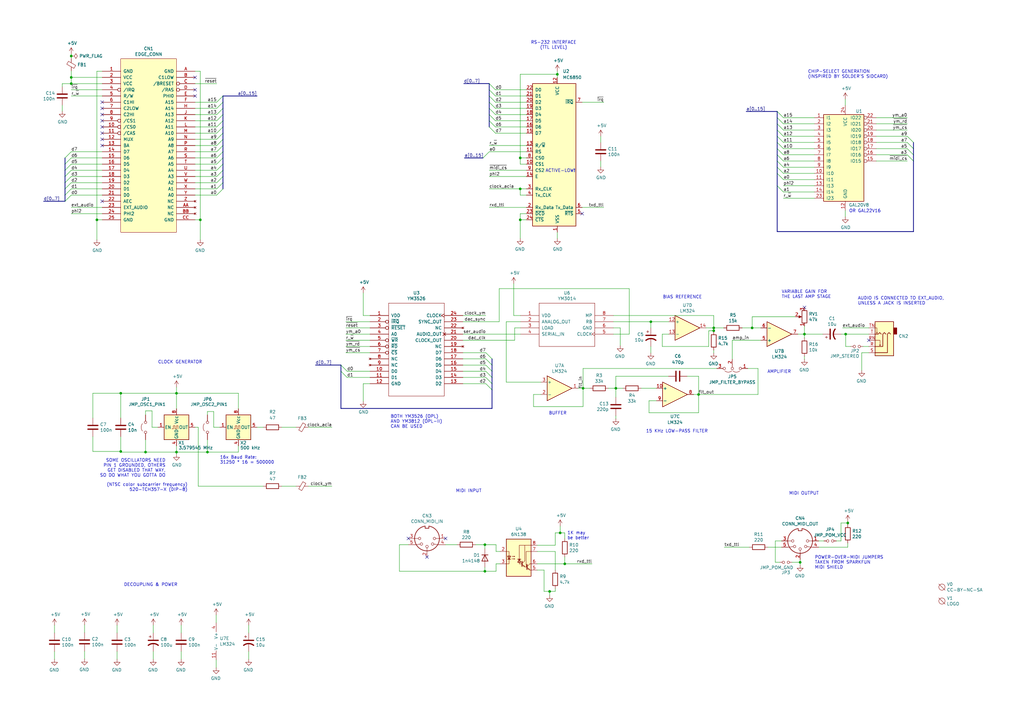
<source format=kicad_sch>
(kicad_sch (version 20231120) (generator "eeschema") (generator_version "8.0")
  (paper "A3")
  (title_block (title "SoundX") (date "2024-07-16") (rev "1git") (company "SukkoPera") (comment 1 "Inspired by the C64 Sound Expander") (comment 3 "Licensed under CC BY-NC-SA 4.0"))
  (junction (at 346.837 137.033))
  (junction (at 292.735 135.636))
  (junction (at 231.648 231.267))
  (junction (at 198.882 223.393))
  (junction (at 329.946 137.033))
  (junction (at 213.36 90.17))
  (junction (at 229.743 218.567))
  (junction (at 286.512 161.798))
  (junction (at 82.169 90.17))
  (junction (at 59.69 185.42))
  (junction (at 252.603 159.258))
  (junction (at 213.36 64.77))
  (junction (at 328.168 230.632))
  (junction (at 85.09 185.42))
  (junction (at 29.21 31.75))
  (junction (at 198.882 234.315))
  (junction (at 29.21 34.29))
  (junction (at 308.483 134.493))
  (junction (at 49.53 185.166))
  (junction (at 29.21 22.987))
  (junction (at 49.53 161.29))
  (junction (at 228.6 30.48))
  (junction (at 39.751 90.17))
  (junction (at 72.39 185.42))
  (junction (at 225.425 242.57))
  (junction (at 266.954 131.953))
  (junction (at 239.141 159.258))
  (junction (at 213.36 77.47))
  (junction (at 292.735 134.493))
  (junction (at 347.726 214.503))
  (junction (at 72.39 161.29))
  (no_connect (at 167.513 220.853))
  (no_connect (at 41.91 44.45))
  (no_connect (at 41.91 49.53))
  (no_connect (at 41.91 54.61))
  (no_connect (at 238.76 87.63))
  (no_connect (at 41.91 46.99))
  (no_connect (at 182.753 220.853))
  (no_connect (at 80.01 36.83))
  (no_connect (at 41.91 41.91))
  (no_connect (at 41.91 59.69))
  (no_connect (at 356.362 139.573))
  (no_connect (at 175.133 228.473))
  (no_connect (at 329.946 126.111))
  (no_connect (at 41.91 82.55))
  (no_connect (at 80.01 31.75))
  (no_connect (at 41.91 57.15))
  (no_connect (at 80.01 39.37))
  (no_connect (at 41.91 52.07))
  (bus_entry (at 88.9 41.91) (size 2.54 -2.54))
  (bus_entry (at 318.77 68.58) (size 2.54 2.54))
  (bus_entry (at 88.9 57.15) (size 2.54 -2.54))
  (bus_entry (at 318.77 48.26) (size 2.54 2.54))
  (bus_entry (at 26.67 74.93) (size 2.54 -2.54))
  (bus_entry (at 88.9 49.53) (size 2.54 -2.54))
  (bus_entry (at 318.77 55.88) (size 2.54 2.54))
  (bus_entry (at 200.66 49.53) (size 2.54 2.54))
  (bus_entry (at 26.67 64.77) (size 2.54 -2.54))
  (bus_entry (at 88.9 62.23) (size 2.54 -2.54))
  (bus_entry (at 200.66 44.45) (size 2.54 2.54))
  (bus_entry (at 201.803 157.353) (size -2.54 -2.54))
  (bus_entry (at 318.77 58.42) (size 2.54 2.54))
  (bus_entry (at 372.11 55.88) (size 2.54 2.54))
  (bus_entry (at 139.827 149.733) (size 2.54 2.54))
  (bus_entry (at 88.9 74.93) (size 2.54 -2.54))
  (bus_entry (at 88.9 67.31) (size 2.54 -2.54))
  (bus_entry (at 318.77 53.34) (size 2.54 2.54))
  (bus_entry (at 201.803 147.193) (size -2.54 -2.54))
  (bus_entry (at 372.11 58.42) (size 2.54 2.54))
  (bus_entry (at 200.66 39.37) (size 2.54 2.54))
  (bus_entry (at 200.66 34.29) (size 2.54 2.54))
  (bus_entry (at 200.66 36.83) (size 2.54 2.54))
  (bus_entry (at 26.67 80.01) (size 2.54 -2.54))
  (bus_entry (at 139.827 152.273) (size 2.54 2.54))
  (bus_entry (at 26.67 72.39) (size 2.54 -2.54))
  (bus_entry (at 88.9 54.61) (size 2.54 -2.54))
  (bus_entry (at 318.77 71.12) (size 2.54 2.54))
  (bus_entry (at 372.11 63.5) (size 2.54 2.54))
  (bus_entry (at 318.77 50.8) (size 2.54 2.54))
  (bus_entry (at 318.77 76.2) (size 2.54 2.54))
  (bus_entry (at 88.9 46.99) (size 2.54 -2.54))
  (bus_entry (at 201.803 149.733) (size -2.54 -2.54))
  (bus_entry (at 88.9 77.47) (size 2.54 -2.54))
  (bus_entry (at 318.77 66.04) (size 2.54 2.54))
  (bus_entry (at 26.67 77.47) (size 2.54 -2.54))
  (bus_entry (at 88.9 64.77) (size 2.54 -2.54))
  (bus_entry (at 200.66 46.99) (size 2.54 2.54))
  (bus_entry (at 201.803 152.273) (size -2.54 -2.54))
  (bus_entry (at 201.803 154.813) (size -2.54 -2.54))
  (bus_entry (at 198.12 64.77) (size 2.54 -2.54))
  (bus_entry (at 318.77 45.72) (size 2.54 2.54))
  (bus_entry (at 88.9 72.39) (size 2.54 -2.54))
  (bus_entry (at 26.67 69.85) (size 2.54 -2.54))
  (bus_entry (at 318.77 63.5) (size 2.54 2.54))
  (bus_entry (at 88.9 69.85) (size 2.54 -2.54))
  (bus_entry (at 88.9 44.45) (size 2.54 -2.54))
  (bus_entry (at 201.803 159.893) (size -2.54 -2.54))
  (bus_entry (at 26.67 67.31) (size 2.54 -2.54))
  (bus_entry (at 88.9 52.07) (size 2.54 -2.54))
  (bus_entry (at 318.77 60.96) (size 2.54 2.54))
  (bus_entry (at 200.66 52.07) (size 2.54 2.54))
  (bus_entry (at 372.11 60.96) (size 2.54 2.54))
  (bus_entry (at 26.67 82.55) (size 2.54 -2.54))
  (bus_entry (at 200.66 41.91) (size 2.54 2.54))
  (bus_entry (at 88.9 80.01) (size 2.54 -2.54))
  (bus_entry (at 88.9 59.69) (size 2.54 -2.54))
  (bus (pts (xy 201.803 147.193) (xy 201.803 149.733)))
  (bus (pts (xy 91.44 41.91) (xy 91.44 39.37)))
  (wire (pts (xy 189.865 144.653) (xy 199.263 144.653)))
  (wire (pts (xy 346.837 137.033) (xy 356.362 137.033)))
  (wire (pts (xy 252.603 154.305) (xy 252.603 159.258)))
  (wire (pts (xy 254.381 134.493) (xy 254.381 141.732)))
  (wire (pts (xy 38.1 185.166) (xy 38.1 179.07)))
  (wire (pts (xy 329.946 146.177) (xy 329.946 147.32)))
  (wire (pts (xy 198.882 225.044) (xy 198.882 223.393)))
  (bus (pts (xy 91.44 52.07) (xy 91.44 49.53)))
  (wire (pts (xy 220.345 233.807) (xy 223.139 233.807)))
  (wire (pts (xy 237.109 159.258) (xy 239.141 159.258)))
  (bus (pts (xy 91.44 69.85) (xy 91.44 67.31)))
  (wire (pts (xy 307.34 224.409) (xy 297.053 224.409)))
  (wire (pts (xy 189.865 157.353) (xy 199.263 157.353)))
  (wire (pts (xy 211.074 134.493) (xy 213.487 134.493)))
  (wire (pts (xy 345.059 137.033) (xy 346.837 137.033)))
  (bus (pts (xy 139.827 149.733) (xy 129.413 149.733)))
  (bus (pts (xy 91.44 62.23) (xy 91.44 59.69)))
  (wire (pts (xy 49.53 179.07) (xy 49.53 185.166)))
  (wire (pts (xy 80.01 80.01) (xy 88.9 80.01)))
  (bus (pts (xy 26.67 80.01) (xy 26.67 82.55)))
  (wire (pts (xy 271.653 137.033) (xy 271.653 142.113)))
  (wire (pts (xy 231.648 231.267) (xy 242.824 231.267)))
  (wire (pts (xy 151.765 152.273) (xy 142.367 152.273)))
  (wire (pts (xy 215.9 80.01) (xy 213.36 80.01)))
  (wire (pts (xy 213.487 131.953) (xy 207.645 131.953)))
  (wire (pts (xy 80.01 62.23) (xy 88.9 62.23)))
  (wire (pts (xy 74.295 267.208) (xy 74.295 270.383)))
  (wire (pts (xy 41.91 69.85) (xy 29.21 69.85)))
  (wire (pts (xy 29.21 22.987) (xy 29.21 22.098)))
  (wire (pts (xy 329.946 133.731) (xy 329.946 137.033)))
  (wire (pts (xy 82.169 90.17) (xy 82.169 98.298)))
  (wire (pts (xy 38.1 161.29) (xy 49.53 161.29)))
  (wire (pts (xy 41.91 85.09) (xy 29.21 85.09)))
  (wire (pts (xy 82.169 29.21) (xy 82.169 90.17)))
  (wire (pts (xy 210.693 129.413) (xy 210.693 116.332)))
  (wire (pts (xy 258.064 118.364) (xy 258.064 137.033)))
  (wire (pts (xy 215.9 49.53) (xy 203.2 49.53)))
  (wire (pts (xy 239.141 166.751) (xy 218.821 166.751)))
  (wire (pts (xy 215.9 52.07) (xy 203.2 52.07)))
  (wire (pts (xy 359.41 58.42) (xy 372.11 58.42)))
  (wire (pts (xy 151.765 157.353) (xy 148.971 157.353)))
  (wire (pts (xy 97.79 182.88) (xy 97.79 185.42)))
  (wire (pts (xy 251.587 134.493) (xy 254.381 134.493)))
  (wire (pts (xy 62.865 267.208) (xy 62.865 270.383)))
  (wire (pts (xy 239.141 151.13) (xy 294.005 151.13)))
  (wire (pts (xy 344.932 221.869) (xy 344.932 214.503)))
  (wire (pts (xy 223.139 233.807) (xy 223.139 242.57)))
  (bus (pts (xy 91.44 54.61) (xy 91.44 52.07)))
  (wire (pts (xy 347.726 224.409) (xy 347.726 222.758)))
  (wire (pts (xy 324.866 230.632) (xy 328.168 230.632)))
  (bus (pts (xy 306.07 45.72) (xy 318.77 45.72)))
  (wire (pts (xy 286.512 154.305) (xy 281.813 154.305)))
  (wire (pts (xy 218.821 161.798) (xy 221.869 161.798)))
  (bus (pts (xy 91.44 44.45) (xy 91.44 41.91)))
  (wire (pts (xy 359.41 60.96) (xy 372.11 60.96)))
  (wire (pts (xy 167.513 223.393) (xy 163.83 223.393)))
  (wire (pts (xy 29.21 24.003) (xy 29.21 22.987)))
  (wire (pts (xy 189.865 139.573) (xy 211.074 139.573)))
  (wire (pts (xy 207.645 156.718) (xy 221.869 156.718)))
  (bus (pts (xy 318.77 63.5) (xy 318.77 66.04)))
  (wire (pts (xy 22.352 256.413) (xy 22.352 259.588)))
  (wire (pts (xy 62.357 168.529) (xy 59.69 168.529)))
  (wire (pts (xy 218.821 166.751) (xy 218.821 161.798)))
  (wire (pts (xy 215.9 36.83) (xy 203.2 36.83)))
  (wire (pts (xy 38.1 161.29) (xy 38.1 171.45)))
  (wire (pts (xy 213.36 67.31) (xy 213.36 64.77)))
  (wire (pts (xy 80.01 74.93) (xy 88.9 74.93)))
  (bus (pts (xy 318.77 76.2) (xy 318.77 94.996)))
  (wire (pts (xy 59.69 168.529) (xy 59.69 170.18)))
  (wire (pts (xy 286.512 169.291) (xy 266.192 169.291)))
  (wire (pts (xy 85.09 168.783) (xy 85.09 170.18)))
  (wire (pts (xy 213.36 90.17) (xy 215.9 90.17)))
  (wire (pts (xy 126.492 175.26) (xy 136.144 175.26)))
  (wire (pts (xy 198.882 232.664) (xy 198.882 234.315)))
  (wire (pts (xy 39.751 90.17) (xy 39.751 98.298)))
  (bus (pts (xy 374.65 66.04) (xy 374.65 94.996)))
  (wire (pts (xy 80.01 64.77) (xy 88.9 64.77)))
  (wire (pts (xy 215.9 54.61) (xy 203.2 54.61)))
  (bus (pts (xy 91.44 57.15) (xy 91.44 54.61)))
  (bus (pts (xy 318.77 50.8) (xy 318.77 53.34)))
  (wire (pts (xy 203.454 226.187) (xy 205.105 226.187)))
  (wire (pts (xy 87.63 168.783) (xy 85.09 168.783)))
  (wire (pts (xy 329.946 137.033) (xy 337.439 137.033)))
  (wire (pts (xy 189.865 131.953) (xy 204.724 131.953)))
  (wire (pts (xy 203.454 223.393) (xy 203.454 226.187)))
  (wire (pts (xy 97.79 185.42) (xy 85.09 185.42)))
  (bus (pts (xy 318.77 53.34) (xy 318.77 55.88)))
  (wire (pts (xy 346.71 86.36) (xy 346.71 88.9)))
  (wire (pts (xy 300.355 139.573) (xy 312.039 139.573)))
  (wire (pts (xy 334.01 81.28) (xy 321.31 81.28)))
  (wire (pts (xy 38.1 185.166) (xy 49.53 185.166)))
  (wire (pts (xy 238.76 41.91) (xy 247.65 41.91)))
  (wire (pts (xy 347.726 215.138) (xy 347.726 214.503)))
  (wire (pts (xy 198.882 234.315) (xy 203.454 234.315)))
  (wire (pts (xy 321.31 68.58) (xy 334.01 68.58)))
  (wire (pts (xy 329.946 137.033) (xy 329.946 138.557)))
  (wire (pts (xy 227.711 218.567) (xy 229.743 218.567)))
  (wire (pts (xy 211.074 139.573) (xy 211.074 134.493)))
  (wire (pts (xy 292.735 134.493) (xy 296.799 134.493)))
  (wire (pts (xy 227.711 226.187) (xy 227.711 233.807)))
  (wire (pts (xy 343.027 221.869) (xy 344.932 221.869)))
  (wire (pts (xy 334.01 71.12) (xy 321.31 71.12)))
  (wire (pts (xy 39.751 29.21) (xy 39.751 90.17)))
  (wire (pts (xy 252.603 171.704) (xy 252.603 170.561)))
  (wire (pts (xy 198.882 223.393) (xy 203.454 223.393)))
  (bus (pts (xy 200.66 46.99) (xy 200.66 44.45)))
  (wire (pts (xy 321.31 78.74) (xy 334.01 78.74)))
  (wire (pts (xy 204.724 118.364) (xy 258.064 118.364)))
  (wire (pts (xy 49.53 161.29) (xy 72.39 161.29)))
  (wire (pts (xy 290.703 135.636) (xy 290.703 142.113)))
  (wire (pts (xy 359.41 53.34) (xy 372.11 53.34)))
  (bus (pts (xy 318.77 68.58) (xy 318.77 71.12)))
  (wire (pts (xy 292.735 129.413) (xy 292.735 134.493)))
  (wire (pts (xy 72.39 185.42) (xy 85.09 185.42)))
  (wire (pts (xy 151.765 131.953) (xy 141.859 131.953)))
  (wire (pts (xy 286.512 161.798) (xy 310.896 161.798)))
  (wire (pts (xy 80.01 34.29) (xy 88.9 34.29)))
  (bus (pts (xy 318.77 45.72) (xy 318.77 48.26)))
  (bus (pts (xy 318.77 66.04) (xy 318.77 68.58)))
  (bus (pts (xy 91.44 39.37) (xy 105.41 39.37)))
  (wire (pts (xy 189.865 147.193) (xy 199.263 147.193)))
  (wire (pts (xy 229.743 218.567) (xy 231.648 218.567)))
  (wire (pts (xy 321.31 60.96) (xy 334.01 60.96)))
  (wire (pts (xy 88.646 270.637) (xy 88.646 273.812)))
  (wire (pts (xy 225.425 244.221) (xy 225.425 242.57)))
  (wire (pts (xy 80.01 72.39) (xy 88.9 72.39)))
  (wire (pts (xy 252.603 159.258) (xy 252.603 162.941)))
  (wire (pts (xy 29.21 31.75) (xy 29.21 29.083)))
  (wire (pts (xy 329.946 137.033) (xy 327.279 137.033)))
  (wire (pts (xy 231.648 218.567) (xy 231.648 220.853)))
  (wire (pts (xy 80.01 44.45) (xy 88.9 44.45)))
  (wire (pts (xy 151.765 129.413) (xy 148.971 129.413)))
  (wire (pts (xy 353.441 144.653) (xy 353.441 151.892)))
  (wire (pts (xy 228.6 95.25) (xy 228.6 97.79)))
  (wire (pts (xy 318.008 230.632) (xy 319.786 230.632)))
  (wire (pts (xy 115.57 175.26) (xy 121.412 175.26)))
  (wire (pts (xy 62.357 175.26) (xy 62.357 168.529)))
  (wire (pts (xy 335.788 221.869) (xy 337.947 221.869)))
  (bus (pts (xy 200.66 52.07) (xy 200.66 49.53)))
  (wire (pts (xy 266.954 134.493) (xy 266.954 131.953)))
  (wire (pts (xy 252.603 159.258) (xy 255.397 159.258)))
  (wire (pts (xy 321.31 73.66) (xy 334.01 73.66)))
  (wire (pts (xy 249.555 159.258) (xy 252.603 159.258)))
  (wire (pts (xy 41.91 36.83) (xy 29.21 36.83)))
  (wire (pts (xy 321.31 66.04) (xy 334.01 66.04)))
  (wire (pts (xy 213.36 87.63) (xy 215.9 87.63)))
  (wire (pts (xy 72.39 185.42) (xy 72.39 186.309)))
  (wire (pts (xy 359.41 63.5) (xy 372.11 63.5)))
  (bus (pts (xy 318.77 58.42) (xy 318.77 60.96)))
  (wire (pts (xy 227.711 223.647) (xy 227.711 218.567)))
  (wire (pts (xy 215.9 46.99) (xy 203.2 46.99)))
  (wire (pts (xy 90.17 175.26) (xy 87.63 175.26)))
  (wire (pts (xy 213.36 77.47) (xy 215.9 77.47)))
  (wire (pts (xy 151.765 139.573) (xy 141.859 139.573)))
  (bus (pts (xy 26.67 64.77) (xy 26.67 67.31)))
  (wire (pts (xy 41.91 31.75) (xy 29.21 31.75)))
  (bus (pts (xy 374.65 94.996) (xy 318.77 94.996)))
  (wire (pts (xy 308.483 129.921) (xy 308.483 134.493)))
  (wire (pts (xy 148.971 157.353) (xy 148.971 164.592)))
  (wire (pts (xy 321.31 53.34) (xy 334.01 53.34)))
  (wire (pts (xy 223.139 242.57) (xy 225.425 242.57)))
  (wire (pts (xy 115.57 199.39) (xy 121.412 199.39)))
  (wire (pts (xy 207.645 131.953) (xy 207.645 156.718)))
  (wire (pts (xy 215.9 39.37) (xy 203.2 39.37)))
  (wire (pts (xy 321.31 76.2) (xy 334.01 76.2)))
  (wire (pts (xy 213.36 87.63) (xy 213.36 90.17)))
  (wire (pts (xy 213.487 129.413) (xy 210.693 129.413)))
  (bus (pts (xy 139.827 149.733) (xy 139.827 152.273)))
  (wire (pts (xy 308.483 134.493) (xy 312.039 134.493)))
  (bus (pts (xy 200.66 49.53) (xy 200.66 46.99)))
  (wire (pts (xy 328.168 230.632) (xy 328.168 231.775)))
  (wire (pts (xy 80.01 49.53) (xy 88.9 49.53)))
  (wire (pts (xy 85.09 180.34) (xy 85.09 185.42)))
  (wire (pts (xy 359.41 48.26) (xy 372.11 48.26)))
  (wire (pts (xy 292.735 143.637) (xy 292.735 144.78)))
  (wire (pts (xy 48.006 267.208) (xy 48.006 270.383)))
  (wire (pts (xy 151.765 144.653) (xy 141.859 144.653)))
  (wire (pts (xy 213.36 64.77) (xy 213.36 30.48)))
  (wire (pts (xy 72.39 185.42) (xy 59.69 185.42)))
  (bus (pts (xy 318.77 71.12) (xy 318.77 76.2)))
  (wire (pts (xy 359.41 50.8) (xy 372.11 50.8)))
  (wire (pts (xy 251.587 129.413) (xy 292.735 129.413)))
  (wire (pts (xy 151.765 134.493) (xy 141.859 134.493)))
  (bus (pts (xy 26.67 74.93) (xy 26.67 77.47)))
  (wire (pts (xy 335.788 224.409) (xy 347.726 224.409)))
  (wire (pts (xy 304.419 134.493) (xy 308.483 134.493)))
  (wire (pts (xy 34.671 267.081) (xy 34.671 270.256)))
  (wire (pts (xy 321.31 48.26) (xy 334.01 48.26)))
  (wire (pts (xy 25.527 34.29) (xy 25.527 35.56)))
  (wire (pts (xy 238.76 85.09) (xy 247.65 85.09)))
  (wire (pts (xy 80.01 67.31) (xy 88.9 67.31)))
  (wire (pts (xy 205.105 231.267) (xy 203.454 231.267)))
  (bus (pts (xy 374.65 63.5) (xy 374.65 66.04)))
  (wire (pts (xy 59.69 185.42) (xy 49.53 185.42)))
  (bus (pts (xy 201.803 149.733) (xy 201.803 152.273)))
  (bus (pts (xy 91.44 72.39) (xy 91.44 69.85)))
  (wire (pts (xy 80.01 59.69) (xy 88.9 59.69)))
  (wire (pts (xy 80.01 77.47) (xy 88.9 77.47)))
  (wire (pts (xy 189.865 137.033) (xy 213.487 137.033)))
  (wire (pts (xy 346.837 142.113) (xy 346.837 137.033)))
  (wire (pts (xy 348.869 142.113) (xy 346.837 142.113)))
  (wire (pts (xy 81.28 175.26) (xy 80.01 175.26)))
  (wire (pts (xy 320.548 221.869) (xy 318.008 221.869)))
  (wire (pts (xy 48.006 256.413) (xy 48.006 259.588)))
  (bus (pts (xy 26.67 72.39) (xy 26.67 74.93)))
  (wire (pts (xy 286.512 169.291) (xy 286.512 161.798)))
  (wire (pts (xy 97.79 161.29) (xy 97.79 167.64)))
  (wire (pts (xy 81.28 199.39) (xy 81.28 175.26)))
  (wire (pts (xy 318.008 221.869) (xy 318.008 230.632)))
  (wire (pts (xy 41.91 39.37) (xy 29.21 39.37)))
  (wire (pts (xy 229.743 215.773) (xy 229.743 218.567)))
  (wire (pts (xy 215.9 41.91) (xy 203.2 41.91)))
  (wire (pts (xy 220.345 223.647) (xy 227.711 223.647)))
  (wire (pts (xy 151.765 154.813) (xy 142.367 154.813)))
  (bus (pts (xy 91.44 67.31) (xy 91.44 64.77)))
  (bus (pts (xy 201.803 157.353) (xy 201.803 159.893)))
  (wire (pts (xy 163.83 223.393) (xy 163.83 234.315)))
  (wire (pts (xy 286.512 161.798) (xy 286.512 154.305)))
  (wire (pts (xy 321.31 63.5) (xy 334.01 63.5)))
  (bus (pts (xy 318.77 55.88) (xy 318.77 58.42)))
  (wire (pts (xy 274.32 137.033) (xy 271.653 137.033)))
  (wire (pts (xy 187.452 223.393) (xy 182.753 223.393)))
  (wire (pts (xy 34.671 256.286) (xy 34.671 259.461)))
  (wire (pts (xy 29.21 34.29) (xy 29.21 31.75)))
  (wire (pts (xy 148.971 129.413) (xy 148.971 120.142)))
  (wire (pts (xy 292.735 135.636) (xy 292.735 136.017)))
  (bus (pts (xy 139.827 152.273) (xy 139.827 167.513)))
  (wire (pts (xy 239.141 159.258) (xy 241.935 159.258)))
  (wire (pts (xy 263.017 159.258) (xy 269.24 159.258)))
  (wire (pts (xy 49.53 161.29) (xy 49.53 171.45)))
  (bus (pts (xy 91.44 59.69) (xy 91.44 57.15)))
  (wire (pts (xy 101.981 256.413) (xy 101.981 259.588)))
  (wire (pts (xy 274.193 154.305) (xy 252.603 154.305)))
  (wire (pts (xy 105.41 175.26) (xy 107.95 175.26)))
  (wire (pts (xy 239.141 151.13) (xy 239.141 159.258)))
  (wire (pts (xy 151.765 137.033) (xy 141.859 137.033)))
  (wire (pts (xy 227.711 242.57) (xy 227.711 241.427)))
  (wire (pts (xy 356.362 144.653) (xy 353.441 144.653)))
  (wire (pts (xy 49.53 185.42) (xy 49.53 185.166)))
  (wire (pts (xy 310.896 161.798) (xy 310.896 151.13)))
  (wire (pts (xy 74.295 256.413) (xy 74.295 259.588)))
  (wire (pts (xy 220.345 226.187) (xy 227.711 226.187)))
  (wire (pts (xy 292.735 135.636) (xy 290.703 135.636)))
  (wire (pts (xy 88.646 252.222) (xy 88.646 255.397)))
  (wire (pts (xy 41.91 74.93) (xy 29.21 74.93)))
  (wire (pts (xy 251.587 131.953) (xy 266.954 131.953)))
  (bus (pts (xy 374.65 60.96) (xy 374.65 63.5)))
  (wire (pts (xy 359.41 66.04) (xy 372.11 66.04)))
  (wire (pts (xy 266.192 169.291) (xy 266.192 164.338)))
  (bus (pts (xy 26.67 77.47) (xy 26.67 80.01)))
  (wire (pts (xy 72.39 158.75) (xy 72.39 161.29)))
  (wire (pts (xy 204.724 131.953) (xy 204.724 118.364)))
  (wire (pts (xy 266.192 164.338) (xy 269.24 164.338)))
  (bus (pts (xy 200.66 39.37) (xy 200.66 36.83)))
  (bus (pts (xy 26.67 67.31) (xy 26.67 69.85)))
  (wire (pts (xy 215.9 62.23) (xy 200.66 62.23)))
  (wire (pts (xy 41.91 29.21) (xy 39.751 29.21)))
  (wire (pts (xy 41.91 62.23) (xy 29.21 62.23)))
  (wire (pts (xy 41.91 80.01) (xy 29.21 80.01)))
  (wire (pts (xy 72.39 161.29) (xy 97.79 161.29)))
  (wire (pts (xy 308.483 129.921) (xy 326.136 129.921)))
  (wire (pts (xy 213.36 64.77) (xy 215.9 64.77)))
  (wire (pts (xy 213.36 67.31) (xy 215.9 67.31)))
  (wire (pts (xy 215.9 72.39) (xy 200.66 72.39)))
  (wire (pts (xy 189.865 154.813) (xy 199.263 154.813)))
  (wire (pts (xy 228.6 31.75) (xy 228.6 30.48)))
  (wire (pts (xy 346.71 40.64) (xy 346.71 43.18)))
  (wire (pts (xy 80.01 69.85) (xy 88.9 69.85)))
  (wire (pts (xy 320.548 224.409) (xy 314.96 224.409)))
  (wire (pts (xy 246.38 66.04) (xy 246.38 68.453)))
  (wire (pts (xy 310.896 151.13) (xy 306.705 151.13)))
  (bus (pts (xy 318.77 48.26) (xy 318.77 50.8)))
  (wire (pts (xy 64.77 175.26) (xy 62.357 175.26)))
  (wire (pts (xy 213.36 77.47) (xy 213.36 80.01)))
  (wire (pts (xy 213.36 90.17) (xy 213.36 97.79)))
  (wire (pts (xy 189.865 152.273) (xy 199.263 152.273)))
  (wire (pts (xy 321.31 58.42) (xy 334.01 58.42)))
  (bus (pts (xy 91.44 49.53) (xy 91.44 46.99)))
  (wire (pts (xy 198.882 223.393) (xy 195.072 223.393)))
  (wire (pts (xy 258.064 137.033) (xy 251.587 137.033)))
  (wire (pts (xy 41.91 87.63) (xy 29.21 87.63)))
  (wire (pts (xy 266.954 142.113) (xy 266.954 144.78)))
  (wire (pts (xy 101.981 267.208) (xy 101.981 270.383)))
  (wire (pts (xy 225.425 242.57) (xy 227.711 242.57)))
  (wire (pts (xy 328.168 229.489) (xy 328.168 230.632)))
  (wire (pts (xy 246.38 58.42) (xy 246.38 55.88)))
  (wire (pts (xy 239.141 159.258) (xy 239.141 166.751)))
  (bus (pts (xy 200.66 44.45) (xy 200.66 41.91)))
  (wire (pts (xy 80.01 52.07) (xy 88.9 52.07)))
  (wire (pts (xy 200.66 69.85) (xy 215.9 69.85)))
  (wire (pts (xy 189.865 149.733) (xy 199.263 149.733)))
  (wire (pts (xy 151.765 142.113) (xy 141.859 142.113)))
  (wire (pts (xy 72.39 161.29) (xy 72.39 167.64)))
  (wire (pts (xy 300.355 147.32) (xy 300.355 139.573)))
  (bus (pts (xy 200.66 36.83) (xy 200.66 34.29)))
  (wire (pts (xy 87.63 175.26) (xy 87.63 168.783)))
  (wire (pts (xy 347.726 214.503) (xy 347.726 213.868)))
  (wire (pts (xy 62.865 256.413) (xy 62.865 259.588)))
  (bus (pts (xy 91.44 74.93) (xy 91.44 72.39)))
  (wire (pts (xy 203.454 231.267) (xy 203.454 234.315)))
  (bus (pts (xy 190.5 64.77) (xy 198.12 64.77)))
  (wire (pts (xy 80.01 57.15) (xy 88.9 57.15)))
  (wire (pts (xy 59.69 180.34) (xy 59.69 185.42)))
  (wire (pts (xy 213.36 30.48) (xy 228.6 30.48)))
  (wire (pts (xy 292.735 134.493) (xy 292.735 135.636)))
  (wire (pts (xy 80.01 29.21) (xy 82.169 29.21)))
  (wire (pts (xy 292.735 134.493) (xy 289.56 134.493)))
  (wire (pts (xy 220.345 231.267) (xy 231.648 231.267)))
  (wire (pts (xy 25.527 43.18) (xy 25.527 45.593)))
  (wire (pts (xy 231.648 228.473) (xy 231.648 231.267)))
  (bus (pts (xy 201.803 152.273) (xy 201.803 154.813)))
  (wire (pts (xy 29.21 34.29) (xy 25.527 34.29)))
  (wire (pts (xy 189.865 129.413) (xy 199.263 129.413)))
  (wire (pts (xy 80.01 41.91) (xy 88.9 41.91)))
  (wire (pts (xy 271.653 142.113) (xy 290.703 142.113)))
  (wire (pts (xy 344.932 214.503) (xy 347.726 214.503)))
  (wire (pts (xy 359.41 55.88) (xy 372.11 55.88)))
  (wire (pts (xy 80.01 46.99) (xy 88.9 46.99)))
  (wire (pts (xy 353.949 142.113) (xy 356.362 142.113)))
  (bus (pts (xy 91.44 77.47) (xy 91.44 74.93)))
  (wire (pts (xy 200.66 77.47) (xy 213.36 77.47)))
  (wire (pts (xy 228.6 30.48) (xy 228.6 29.21)))
  (bus (pts (xy 200.66 34.29) (xy 190.246 34.29)))
  (wire (pts (xy 41.91 67.31) (xy 29.21 67.31)))
  (bus (pts (xy 91.44 64.77) (xy 91.44 62.23)))
  (wire (pts (xy 41.91 77.47) (xy 29.21 77.47)))
  (wire (pts (xy 41.91 90.17) (xy 39.751 90.17)))
  (wire (pts (xy 80.01 90.17) (xy 82.169 90.17)))
  (bus (pts (xy 91.44 46.99) (xy 91.44 44.45)))
  (wire (pts (xy 356.362 134.493) (xy 345.567 134.493)))
  (wire (pts (xy 81.28 199.39) (xy 107.95 199.39)))
  (bus (pts (xy 26.67 82.55) (xy 17.907 82.55)))
  (bus (pts (xy 200.66 41.91) (xy 200.66 39.37)))
  (wire (pts (xy 266.954 131.953) (xy 274.32 131.953)))
  (wire (pts (xy 126.492 199.39) (xy 136.144 199.39)))
  (wire (pts (xy 80.01 54.61) (xy 88.9 54.61)))
  (wire (pts (xy 200.66 59.69) (xy 215.9 59.69)))
  (wire (pts (xy 41.91 34.29) (xy 29.21 34.29)))
  (bus (pts (xy 201.803 167.513) (xy 139.827 167.513)))
  (bus (pts (xy 201.803 159.893) (xy 201.803 167.513)))
  (wire (pts (xy 72.39 182.88) (xy 72.39 185.42)))
  (bus (pts (xy 318.77 60.96) (xy 318.77 63.5)))
  (bus (pts (xy 374.65 58.42) (xy 374.65 60.96)))
  (wire (pts (xy 321.31 50.8) (xy 334.01 50.8)))
  (wire (pts (xy 286.512 161.798) (xy 284.48 161.798)))
  (wire (pts (xy 22.352 267.208) (xy 22.352 270.383)))
  (bus (pts (xy 201.803 154.813) (xy 201.803 157.353)))
  (wire (pts (xy 321.31 55.88) (xy 334.01 55.88)))
  (wire (pts (xy 41.91 64.77) (xy 29.21 64.77)))
  (wire (pts (xy 41.91 72.39) (xy 29.21 72.39)))
  (wire (pts (xy 163.83 234.315) (xy 198.882 234.315)))
  (wire (pts (xy 215.9 44.45) (xy 203.2 44.45)))
  (bus (pts (xy 26.67 69.85) (xy 26.67 72.39)))
  (wire (pts (xy 215.9 85.09) (xy 200.66 85.09)))
  (text "16x Baud Rate:\n31250 * 16 = 500000" (at 90.17 188.722 0) (effects (font (size 1.27 1.27)) (justify left)))
  (text "POWER-OVER-MIDI JUMPERS\nTAKEN FROM SPARKFUN\nMIDI SHIELD" (at 334.137 233.553 0) (effects (font (size 1.27 1.27)) (justify left bottom)))
  (text "1K may\nbe better" (at 232.664 221.488 0) (effects (font (size 1.27 1.27)) (justify left bottom)))
  (text "(NTSC color subcarrier frequency)\n520-TCH357-X (DIP-8)" (at 76.962 201.676 0) (effects (font (size 1.27 1.27)) (justify right bottom)))
  (text "BOTH YM3526 (OPL)\nAND YM3812 (OPL-II)\nCAN BE USED" (at 160.147 175.768 0) (effects (font (size 1.27 1.27)) (justify left bottom)))
  (text "15 KHz LOW-PASS FILTER" (at 264.922 177.673 0) (effects (font (size 1.27 1.27)) (justify left bottom)))
  (text "CLOCK GENERATOR" (at 64.77 149.352 0) (effects (font (size 1.27 1.27)) (justify left bottom)))
  (text "VARIABLE GAIN FOR\nTHE LAST AMP STAGE" (at 320.548 122.555 0) (effects (font (size 1.27 1.27)) (justify left bottom)))
  (text "MIDI INPUT" (at 186.944 202.184 0) (effects (font (size 1.27 1.27)) (justify left bottom)))
  (text "ACTIVE-LOW!" (at 229.87 70.104 0) (effects (font (size 1.27 1.27))))
  (text "BUFFER" (at 225.044 170.307 0) (effects (font (size 1.27 1.27)) (justify left bottom)))
  (text "AMPLIFIER" (at 314.706 153.289 0) (effects (font (size 1.27 1.27)) (justify left bottom)))
  (text "DECOUPLING & POWER" (at 50.8 240.665 0) (effects (font (size 1.27 1.27)) (justify left bottom)))
  (text "RS-232 INTERFACE\n(TTL LEVEL)" (at 227.076 20.32 0) (effects (font (size 1.27 1.27)) (justify bottom)))
  (text "AUDIO IS CONNECTED TO EXT_AUDIO,\nUNLESS A JACK IS INSERTED" (at 351.79 125.222 0) (effects (font (size 1.27 1.27)) (justify left bottom)))
  (text "MIDI OUTPUT" (at 323.596 203.2 0) (effects (font (size 1.27 1.27)) (justify left bottom)))
  (text "CHIP-SELECT GENERATION\n(INSPIRED BY SOLDER'S SIDCARD)" (at 331.343 32.258 0) (effects (font (size 1.27 1.27)) (justify left bottom)))
  (text "BIAS REFERENCE" (at 271.78 122.682 0) (effects (font (size 1.27 1.27)) (justify left bottom)))
  (text "OR GAL22V16" (at 348.234 87.376 0) (effects (font (size 1.27 1.27)) (justify left bottom)))
  (text "SOME OSCILLATORS NEED\nPIN 1 GROUNDED, OTHERS\nGET DISABLED THAT WAY,\nSO DO WHAT YOU GOTTA DO" (at 67.945 195.834 0) (effects (font (size 1.27 1.27)) (justify right bottom)))
  (label "a0" (at 321.31 73.66 0))
  (label "dac_sync" (at 199.263 131.953 180))
  (label "~{reset}" (at 141.859 134.493 0))
  (label "~{reset}" (at 88.9 34.29 180))
  (label "phi2" (at 200.66 72.39 0))
  (label "d1" (at 29.21 77.47 0))
  (label "d2" (at 199.263 157.353 180))
  (label "a1" (at 88.9 77.47 180))
  (label "~{irq}" (at 141.859 131.953 0))
  (label "a13" (at 88.9 46.99 180))
  (label "flt_out" (at 286.512 161.798 0))
  (label "d0" (at 142.367 152.273 0))
  (label "a[0..15]" (at 306.07 45.72 0))
  (label "d1" (at 203.2 39.37 0))
  (label "a12" (at 88.9 49.53 180))
  (label "a7" (at 372.11 58.42 180))
  (label "a0" (at 88.9 80.01 180))
  (label "a[0..15]" (at 105.41 39.37 180))
  (label "~{irq}" (at 29.21 36.83 0))
  (label "d3" (at 199.263 154.813 180))
  (label "d1" (at 142.367 154.813 0))
  (label "a4" (at 321.31 68.58 0))
  (label "d3" (at 29.21 72.39 0))
  (label "a9" (at 372.11 55.88 180))
  (label "d3" (at 203.2 44.45 0))
  (label "a6" (at 321.31 66.04 0))
  (label "a8" (at 88.9 59.69 180))
  (label "~{irq}" (at 247.65 41.91 180))
  (label "~{midi_cs}" (at 372.11 66.04 180))
  (label "d6" (at 29.21 64.77 0))
  (label "d[0..7]" (at 17.907 82.55 0))
  (label "a2" (at 321.31 71.12 0))
  (label "flt_in" (at 239.141 159.258 90))
  (label "a15" (at 321.31 48.26 0))
  (label "r_~{w}" (at 200.66 59.69 0))
  (label "txd_ttl" (at 247.65 85.09 180))
  (label "d4" (at 199.263 152.273 180))
  (label "~{ym_rd}" (at 372.11 50.8 180))
  (label "d7" (at 203.2 54.61 0))
  (label "d5" (at 29.21 67.31 0))
  (label "a8" (at 321.31 63.5 0))
  (label "ym_a0" (at 141.859 137.033 0))
  (label "r_~{w}" (at 29.21 39.37 0))
  (label "a13" (at 321.31 53.34 0))
  (label "a3" (at 371.983 63.5 180))
  (label "d5" (at 203.2 49.53 0))
  (label "ym_a0" (at 372.11 48.26 180))
  (label "d2" (at 203.2 41.91 0))
  (label "d0" (at 29.21 80.01 0))
  (label "ser_audio" (at 199.263 137.033 180))
  (label "a9" (at 88.9 57.15 180))
  (label "a6" (at 88.9 64.77 180))
  (label "~{ym_cs}" (at 141.859 144.653 0))
  (label "a14" (at 88.9 44.45 180))
  (label "d6" (at 199.263 147.193 180))
  (label "d2" (at 29.21 74.93 0))
  (label "a0" (at 200.66 62.23 0))
  (label "clock_ym" (at 136.144 199.39 180))
  (label "d4" (at 29.21 69.85 0))
  (label "r_~{w}" (at 141.859 139.573 0))
  (label "a5" (at 372.11 60.96 180))
  (label "clock_acia" (at 200.66 77.47 0))
  (label "a4" (at 88.9 69.85 180))
  (label "a7" (at 88.9 62.23 180))
  (label "a14" (at 321.31 50.8 0))
  (label "a11" (at 321.31 58.42 0))
  (label "amp_in" (at 300.355 139.573 0))
  (label "a3" (at 88.9 72.39 180))
  (label "d6" (at 203.2 52.07 0))
  (label "~{ym_rd}" (at 141.859 142.113 0))
  (label "a1" (at 321.31 78.74 0))
  (label "a15" (at 88.9 41.91 180))
  (label "rxd_ttl" (at 242.824 231.267 180))
  (label "a10" (at 88.9 54.61 180))
  (label "d7" (at 29.21 62.23 0))
  (label "phi2" (at 29.21 87.63 0))
  (label "clock_ym" (at 199.263 129.413 180))
  (label "a10" (at 321.31 60.96 0))
  (label "~{ym_cs}" (at 372.11 53.34 180))
  (label "a5" (at 88.9 67.31 180))
  (label "d[0..7]" (at 190.246 34.29 0))
  (label "ext_audio" (at 345.567 134.493 0))
  (label "ext_audio" (at 29.21 85.09 0))
  (label "dac_clk" (at 199.263 139.573 180))
  (label "d7" (at 199.263 144.653 180))
  (label "d0" (at 203.2 36.83 0))
  (label "txd_ttl" (at 297.053 224.409 0))
  (label "d5" (at 199.263 149.733 180))
  (label "d[0..7]" (at 129.413 149.733 0))
  (label "a12" (at 321.31 55.88 0))
  (label "rxd_ttl" (at 200.66 85.09 0))
  (label "phi2" (at 321.31 76.2 0))
  (label "a[0..15]" (at 190.5 64.77 0))
  (label "a2" (at 88.9 74.93 180))
  (label "~{midi_cs}" (at 200.66 69.85 0))
  (label "a11" (at 88.9 52.07 180))
  (label "clock_acia" (at 136.144 175.26 180))
  (label "d4" (at 203.2 46.99 0))
  (label "r_~{w}" (at 321.31 81.28 0))
  (symbol (lib_id "SoundX-rescue:Jumper_NO_Small-Device") (at 351.409 142.113 0) (unit 1) (in_bom no)
    (property "Reference" "JP2" (at 350.647 143.891 0))
    (property "Value" "JMP_STEREO" (at 346.456 146.05 0))
    (property "Footprint" "Jumper:SolderJumper-2_P1.3mm_Open_RoundedPad1.0x1.5mm" (effects (hide yes)))
    (property "Notes" "OPL" (effects (hide yes)))
    (property "MouserPN" "-" (effects (hide yes)))
  )
  (symbol (lib_id "SoundX-rescue:GND-power") (at 22.352 270.383 0) (mirror y) (unit 1)
    (property "Reference" "#PWR09" (effects (hide yes)))
    (property "Value" "GND" (at 22.225 274.7772 0))
  )
  (symbol (lib_id "SoundX-rescue:+5V-power") (at 22.352 256.413 0) (unit 1)
    (property "Reference" "#PWR08" (effects (hide yes)))
    (property "Value" "+5V" (at 22.733 252.0188 0))
  )
  (symbol (lib_id "Device:C") (at 22.352 263.398 0) (unit 1)
    (property "Reference" "C10" (at 25.273 262.2296 0) (effects (justify left)))
    (property "Value" "100n" (at 25.273 264.541 0) (effects (justify left)))
    (property "Footprint" "Capacitor_THT:C_Disc_D7.0mm_W2.5mm_P5.00mm" (effects (hide yes)))
    (property "MouserPN" "810-FG28X7R1H104KNT0" (effects (hide yes)))
    (property "Notes" "OPL" (effects (hide yes)))
  )
  (symbol (lib_id "SoundX-rescue:GND-power") (at 292.735 144.78 0) (mirror y) (unit 1)
    (property "Reference" "#PWR0116" (effects (hide yes)))
    (property "Value" "GND" (at 292.608 149.1742 0))
  )
  (symbol (lib_id "Device:R") (at 292.735 139.827 180) (unit 1)
    (property "Reference" "R15" (at 294.513 138.6586 0) (effects (justify right)))
    (property "Value" "4.7k" (at 294.513 140.97 0) (effects (justify right)))
    (property "Footprint" "Resistor_THT:R_Axial_DIN0207_L6.3mm_D2.5mm_P2.54mm_Vertical" (effects (hide yes)))
    (property "Notes" "OPL" (effects (hide yes)))
  )
  (symbol (lib_id "SoundX-rescue:GND-power") (at 246.38 68.453 0) (unit 1)
    (property "Reference" "#PWR0101" (effects (hide yes)))
    (property "Value" "GND" (at 246.507 72.8472 0))
  )
  (symbol (lib_id "Device:C") (at 246.38 62.23 0) (unit 1)
    (property "Reference" "C11" (at 249.301 61.0616 0) (effects (justify left)))
    (property "Value" "100n" (at 249.301 63.373 0) (effects (justify left)))
    (property "Footprint" "Capacitor_THT:C_Disc_D7.0mm_W2.5mm_P5.00mm" (effects (hide yes)))
    (property "MouserPN" "810-FG28X7R1H104KNT0" (effects (hide yes)))
    (property "Notes" "MIDI" (effects (hide yes)))
  )
  (symbol (lib_id "SoundX-rescue:+5V-power") (at 246.38 55.88 0) (unit 1)
    (property "Reference" "#PWR0105" (effects (hide yes)))
    (property "Value" "+5V" (at 246.761 51.4858 0))
  )
  (symbol (lib_id "SoundX-rescue:R_POT-Device") (at 329.946 129.921 180) (unit 1)
    (property "Reference" "RV1" (at 331.724 128.7526 0) (effects (justify right)))
    (property "Value" "47k" (at 331.724 131.064 0) (effects (justify right)))
    (property "Footprint" "SoundX:Pot_Bourns_3306P" (effects (hide yes)))
    (property "MouserPN" "652-3306P-1-473" (effects (hide yes)))
    (property "Notes" "OPL" (effects (hide yes)))
  )
  (symbol (lib_id "Connector:DIN-5_180degree") (at 328.168 221.869 180) (unit 1)
    (property "Reference" "CN4" (at 328.168 212.5472 0))
    (property "Value" "CONN_MIDI_OUT" (at 328.168 214.8586 0))
    (property "Footprint" "SoundX:DIN5" (effects (hide yes)))
    (property "Datasheet" "http://www.mouser.com/ds/2/18/40_c091_abd_e-75918.pdf" (effects (hide yes)))
    (property "Notes" "MIDI" (effects (hide yes)))
  )
  (symbol (lib_id "SoundX-rescue:GND-power") (at 328.168 231.775 0) (mirror y) (unit 1)
    (property "Reference" "#PWR0113" (effects (hide yes)))
    (property "Value" "GND" (at 328.041 236.1692 0))
  )
  (symbol (lib_id "SoundX-rescue:+5V-power") (at 347.726 213.868 0) (unit 1)
    (property "Reference" "#PWR0114" (effects (hide yes)))
    (property "Value" "+5V" (at 348.107 209.4738 0))
  )
  (symbol (lib_id "Device:R") (at 347.726 218.948 180) (unit 1)
    (property "Reference" "R12" (at 349.504 217.7796 0) (effects (justify right)))
    (property "Value" "220" (at 349.504 220.091 0) (effects (justify right)))
    (property "Footprint" "Resistor_THT:R_Axial_DIN0207_L6.3mm_D2.5mm_P2.54mm_Vertical" (effects (hide yes)))
    (property "Notes" "MIDI" (effects (hide yes)))
  )
  (symbol (lib_id "Device:R") (at 311.15 224.409 90) (unit 1)
    (property "Reference" "R11" (at 311.15 219.1512 90))
    (property "Value" "220" (at 311.15 221.4626 90))
    (property "Footprint" "Resistor_THT:R_Axial_DIN0207_L6.3mm_D2.5mm_P2.54mm_Vertical" (effects (hide yes)))
    (property "Notes" "MIDI" (effects (hide yes)))
  )
  (symbol (lib_id "SoundX-rescue:Jumper_NO_Small-Device") (at 322.326 230.632 180) (unit 1) (in_bom no)
    (property "Reference" "JP3" (at 322.326 234.823 0))
    (property "Value" "JMP_POM_GND" (at 318.516 232.791 0))
    (property "Footprint" "Jumper:SolderJumper-2_P1.3mm_Open_RoundedPad1.0x1.5mm" (effects (hide yes)))
    (property "Notes" "MIDI" (effects (hide yes)))
    (property "MouserPN" "-" (effects (hide yes)))
  )
  (symbol (lib_id "SoundX-rescue:Jumper_NO_Small-Device") (at 340.487 221.869 180) (unit 1) (in_bom no)
    (property "Reference" "JP4" (at 340.487 217.17 0))
    (property "Value" "JMP_POM_VCC" (at 340.487 219.4814 0))
    (property "Footprint" "Jumper:SolderJumper-2_P1.3mm_Open_RoundedPad1.0x1.5mm" (effects (hide yes)))
    (property "Notes" "MIDI" (effects (hide yes)))
    (property "MouserPN" "-" (effects (hide yes)))
  )
  (symbol (lib_id "SoundX-rescue:+5V-power") (at 229.743 215.773 0) (unit 1)
    (property "Reference" "#PWR0124" (effects (hide yes)))
    (property "Value" "+5V" (at 230.124 211.3788 0))
  )
  (symbol (lib_id "Device:R") (at 191.262 223.393 90) (unit 1)
    (property "Reference" "R8" (at 191.262 218.1352 90))
    (property "Value" "220" (at 191.262 220.4466 90))
    (property "Footprint" "Resistor_THT:R_Axial_DIN0207_L6.3mm_D2.5mm_P2.54mm_Vertical" (effects (hide yes)))
    (property "Notes" "MIDI" (effects (hide yes)))
  )
  (symbol (lib_id "Isolator:6N138") (at 212.725 228.727 0) (unit 1)
    (property "Reference" "U4" (at 212.725 216.8652 0))
    (property "Value" "6N138" (at 212.725 219.1766 0))
    (property "Footprint" "Package_DIP:DIP-8_W7.62mm_Socket_LongPads" (effects (hide yes)))
    (property "Datasheet" "http://www.onsemi.com/pub/Collateral/HCPL2731-D.pdf" (effects (hide yes)))
    (property "Notes" "MIDI" (effects (hide yes)))
    (property "MouserPN" "859-6N138" (effects (hide yes)))
  )
  (symbol (lib_id "Device:D") (at 198.882 228.854 270) (unit 1)
    (property "Reference" "D1" (at 196.8754 227.6856 90) (effects (justify right)))
    (property "Value" "1n4148" (at 196.8754 229.997 90) (effects (justify right)))
    (property "Footprint" "Diode_THT:D_DO-35_SOD27_P2.54mm_Vertical_KathodeUp" (effects (hide yes)))
    (property "Notes" "MIDI" (effects (hide yes)))
  )
  (symbol (lib_id "SoundX-rescue:GND-power") (at 225.425 244.221 0) (mirror y) (unit 1)
    (property "Reference" "#PWR0125" (effects (hide yes)))
    (property "Value" "GND" (at 225.298 248.6152 0))
  )
  (symbol (lib_id "Device:R") (at 227.711 237.617 180) (unit 1)
    (property "Reference" "R9" (at 229.489 236.4486 0) (effects (justify right)))
    (property "Value" "4.7k" (at 229.489 238.76 0) (effects (justify right)))
    (property "Footprint" "Resistor_THT:R_Axial_DIN0207_L6.3mm_D2.5mm_P2.54mm_Vertical" (effects (hide yes)))
    (property "Notes" "MIDI" (effects (hide yes)))
  )
  (symbol (lib_id "Connector:DIN-5_180degree") (at 175.133 220.853 180) (unit 1)
    (property "Reference" "CN3" (at 175.133 211.5312 0))
    (property "Value" "CONN_MIDI_IN" (at 175.133 213.8426 0))
    (property "Footprint" "SoundX:DIN5" (effects (hide yes)))
    (property "Datasheet" "http://www.mouser.com/ds/2/18/40_c091_abd_e-75918.pdf" (effects (hide yes)))
    (property "Notes" "MIDI" (effects (hide yes)))
  )
  (symbol (lib_id "Device:R") (at 231.648 224.663 180) (unit 1)
    (property "Reference" "R10" (at 233.426 223.4946 0) (effects (justify right)))
    (property "Value" "220" (at 233.426 225.806 0) (effects (justify right)))
    (property "Footprint" "Resistor_THT:R_Axial_DIN0207_L6.3mm_D2.5mm_P2.54mm_Vertical" (effects (hide yes)))
    (property "Notes" "MIDI" (effects (hide yes)))
  )
  (symbol (lib_id "C16-Exp-Port:C16-Exp-Port") (at 60.96 59.69 0) (unit 1) (in_bom no)
    (property "Reference" "CN1" (at 60.96 19.939 0))
    (property "Value" "EDGE_CONN" (at 60.96 22.2504 0))
    (property "Footprint" "SoundX:C16_Cart_Conn" (effects (hide yes)))
    (property "MouserPN" "-" (effects (hide yes)))
    (property "Notes" "COMMON" (effects (hide yes)))
  )
  (symbol (lib_id "SoundX-rescue:GND-power") (at 39.751 98.298 0) (unit 1)
    (property "Reference" "#PWR0102" (effects (hide yes)))
    (property "Value" "GND" (at 39.878 102.6922 0))
  )
  (symbol (lib_id "SoundX-rescue:GND-power") (at 82.169 98.298 0) (mirror y) (unit 1)
    (property "Reference" "#PWR0103" (effects (hide yes)))
    (property "Value" "GND" (at 82.042 102.6922 0))
  )
  (symbol (lib_id "SoundX-rescue:+5V-power") (at 29.21 22.098 0) (unit 1)
    (property "Reference" "#PWR0104" (effects (hide yes)))
    (property "Value" "+5V" (at 29.591 17.7038 0))
  )
  (symbol (lib_id "Logic_Programmable:PAL20L8") (at 346.71 66.04 0) (unit 1)
    (property "Reference" "U1" (at 352.298 45.593 0))
    (property "Value" "GAL20V8" (at 352.298 84.074 0))
    (property "Footprint" "Package_DIP:DIP-24_W7.62mm_Socket_LongPads" (effects (hide yes)))
    (property "Notes" "COMMON" (effects (hide yes)))
    (property "MouserPN" "556-AF22LV10CQZ-30PU" (effects (hide yes)))
  )
  (symbol (lib_id "SoundX-rescue:GND-power") (at 346.71 88.9 0) (unit 1)
    (property "Reference" "#PWR0106" (effects (hide yes)))
    (property "Value" "GND" (at 346.837 93.2942 0))
  )
  (symbol (lib_id "SoundX-rescue:+5V-power") (at 346.71 40.64 0) (unit 1)
    (property "Reference" "#PWR0107" (effects (hide yes)))
    (property "Value" "+5V" (at 347.091 36.2458 0))
  )
  (symbol (lib_id "Device:C") (at 252.603 166.751 0) (unit 1)
    (property "Reference" "C13" (at 249.682 165.5826 0) (effects (justify right)))
    (property "Value" "220p" (at 249.682 167.894 0) (effects (justify right)))
    (property "Footprint" "Capacitor_THT:C_Disc_D7.0mm_W2.5mm_P5.00mm" (effects (hide yes)))
    (property "Notes" "OPL" (effects (hide yes)))
  )
  (symbol (lib_id "SoundX-rescue:AudioJack3_SwitchTR-Connector") (at 361.442 142.113 180) (unit 1)
    (property "Reference" "CN2" (at 368.554 137.8712 0) (effects (justify right)))
    (property "Value" "AUDIO_OUT" (effects (hide yes)))
    (property "Footprint" "SoundX:AudioJack_SJ1-3525N" (effects (hide yes)))
    (property "MouserPN" "490-SJ1-3525N" (effects (hide yes)))
    (property "Notes" "OPL" (effects (hide yes)))
  )
  (symbol (lib_id "SoundX-rescue:GND-power") (at 353.441 151.892 0) (mirror y) (unit 1)
    (property "Reference" "#PWR0115" (effects (hide yes)))
    (property "Value" "GND" (at 353.314 156.2862 0))
  )
  (symbol (lib_id "SoundX-rescue:GND-power") (at 252.603 171.704 0) (mirror y) (unit 1)
    (property "Reference" "#PWR010" (effects (hide yes)))
    (property "Value" "GND" (at 252.476 176.0982 0))
  )
  (symbol (lib_id "void:Void") (at 386.334 246.507 0) (unit 1)
    (property "Reference" "V1" (at 388.3152 245.3386 0) (effects (justify left)))
    (property "Value" "LOGO" (at 388.3152 247.65 0) (effects (justify left)))
    (property "Footprint" "SoundX:logo" (effects (hide yes)))
    (property "MouserPN" "-" (effects (hide yes)))
    (property "Notes" "-" (effects (hide yes)))
  )
  (symbol (lib_id "void:Void") (at 386.334 240.792 0) (unit 1)
    (property "Reference" "V0" (at 388.3152 239.6236 0) (effects (justify left)))
    (property "Value" "CC-BY-NC-SA" (at 388.3152 241.935 0) (effects (justify left)))
    (property "Footprint" "SoundX:cc_by_nc_sa" (effects (hide yes)))
    (property "MouserPN" "-" (effects (hide yes)))
    (property "Notes" "-" (effects (hide yes)))
  )
  (symbol (lib_id "Device:C") (at 74.295 263.398 0) (unit 1)
    (property "Reference" "C9" (at 77.216 262.2296 0) (effects (justify left)))
    (property "Value" "100n" (at 77.216 264.541 0) (effects (justify left)))
    (property "Footprint" "Capacitor_THT:C_Disc_D7.0mm_W2.5mm_P5.00mm" (effects (hide yes)))
    (property "MouserPN" "810-FG28X7R1H104KNT0" (effects (hide yes)))
    (property "Notes" "OPL" (effects (hide yes)))
  )
  (symbol (lib_id "SoundX-rescue:CP1-Device") (at 62.865 263.398 0) (unit 1)
    (property "Reference" "C8" (at 65.786 262.2296 0) (effects (justify left)))
    (property "Value" "100u" (at 65.786 264.541 0) (effects (justify left)))
    (property "Footprint" "Capacitor_THT:CP_Radial_D6.3mm_P2.50mm" (effects (hide yes)))
    (property "MouserPN" "710-860020573008" (effects (hide yes)))
    (property "Notes" "COMMON" (effects (hide yes)))
  )
  (symbol (lib_id "Device:C") (at 48.006 263.398 0) (unit 1)
    (property "Reference" "C3" (at 50.927 262.2296 0) (effects (justify left)))
    (property "Value" "100n" (at 50.927 264.541 0) (effects (justify left)))
    (property "Footprint" "Capacitor_THT:C_Disc_D7.0mm_W2.5mm_P5.00mm" (effects (hide yes)))
    (property "MouserPN" "810-FG28X7R1H104KNT0" (effects (hide yes)))
    (property "Notes" "OPL" (effects (hide yes)))
  )
  (symbol (lib_id "SoundX-rescue:+5V-power") (at 48.006 256.413 0) (unit 1)
    (property "Reference" "#PWR0118" (effects (hide yes)))
    (property "Value" "+5V" (at 48.387 252.0188 0))
  )
  (symbol (lib_id "SoundX-rescue:GND-power") (at 48.006 270.383 0) (mirror y) (unit 1)
    (property "Reference" "#PWR0119" (effects (hide yes)))
    (property "Value" "GND" (at 47.879 274.7772 0))
  )
  (symbol (lib_id "SoundX-rescue:GND-power") (at 34.671 270.256 0) (mirror y) (unit 1)
    (property "Reference" "#PWR0120" (effects (hide yes)))
    (property "Value" "GND" (at 34.544 274.6502 0))
  )
  (symbol (lib_id "SoundX-rescue:+5V-power") (at 34.671 256.286 0) (unit 1)
    (property "Reference" "#PWR0121" (effects (hide yes)))
    (property "Value" "+5V" (at 35.052 251.8918 0))
  )
  (symbol (lib_id "Device:C") (at 34.671 263.271 0) (unit 1)
    (property "Reference" "C2" (at 37.592 262.1026 0) (effects (justify left)))
    (property "Value" "100n" (at 37.592 264.414 0) (effects (justify left)))
    (property "Footprint" "Capacitor_THT:C_Disc_D7.0mm_W2.5mm_P5.00mm" (effects (hide yes)))
    (property "MouserPN" "810-FG28X7R1H104KNT0" (effects (hide yes)))
    (property "Notes" "COMMON" (effects (hide yes)))
  )
  (symbol (lib_id "SoundX-rescue:GND-power") (at 72.39 186.309 0) (unit 1)
    (property "Reference" "#PWR0122" (effects (hide yes)))
    (property "Value" "GND" (at 72.517 190.7032 0))
  )
  (symbol (lib_id "SoundX-rescue:+5V-power") (at 72.39 158.75 0) (unit 1)
    (property "Reference" "#PWR0123" (effects (hide yes)))
    (property "Value" "+5V" (at 72.771 154.3558 0))
  )
  (symbol (lib_id "Device:C") (at 38.1 175.26 0) (unit 1)
    (property "Reference" "C7" (at 41.021 174.0916 0) (effects (justify left)))
    (property "Value" "100n" (at 41.021 176.403 0) (effects (justify left)))
    (property "Footprint" "Capacitor_THT:C_Disc_D7.0mm_W2.5mm_P5.00mm" (effects (hide yes)))
    (property "Notes" "OPL" (effects (hide yes)))
    (property "MouserPN" "810-FG28X7R1H104KNT0" (effects (hide yes)))
  )
  (symbol (lib_id "Device:C") (at 49.53 175.26 0) (unit 1)
    (property "Reference" "C4" (at 52.451 174.0916 0) (effects (justify left)))
    (property "Value" "10n" (at 52.451 176.403 0) (effects (justify left)))
    (property "Footprint" "Capacitor_THT:C_Disc_D7.0mm_W2.5mm_P5.00mm" (effects (hide yes)))
    (property "Notes" "OPL" (effects (hide yes)))
  )
  (symbol (lib_id "SoundX-rescue:Ferrite_Bead_Small-Device") (at 123.952 199.39 270) (unit 1)
    (property "Reference" "FB2" (at 123.952 195.707 90))
    (property "Value" "FERRITE" (effects (hide yes)))
    (property "Footprint" "Inductor_THT:L_Radial_D6.0mm_P4.00mm" (effects (hide yes)))
    (property "MouserPN" "875-28C0236-0EW-10" (effects (hide yes)))
    (property "Notes" "OPL" (effects (hide yes)))
  )
  (symbol (lib_id "Device:R") (at 111.76 199.39 90) (unit 1)
    (property "Reference" "R7" (at 111.76 194.1322 90))
    (property "Value" "47" (at 111.76 196.4436 90))
    (property "Footprint" "Resistor_THT:R_Axial_DIN0207_L6.3mm_D2.5mm_P2.54mm_Vertical" (effects (hide yes)))
    (property "Notes" "OPL" (effects (hide yes)))
  )
  (symbol (lib_id "Jumper:Jumper_2_Open") (at 59.69 175.26 90) (mirror x) (unit 1) (in_bom no)
    (property "Reference" "JP1" (at 57.912 163.703 90) (effects (justify right)))
    (property "Value" "JMP_OSC1_PIN1" (at 52.705 165.862 90) (effects (justify right)))
    (property "Footprint" "Jumper:SolderJumper-2_P1.3mm_Open_RoundedPad1.0x1.5mm" (effects (hide yes)))
    (property "Notes" "OPL" (effects (hide yes)))
    (property "MouserPN" "-" (effects (hide yes)))
  )
  (symbol (lib_id "SoundX-rescue:Ferrite_Bead_Small-Device") (at 29.21 26.543 180) (unit 1)
    (property "Reference" "FB1" (at 31.75 26.543 0) (effects (justify right)))
    (property "Value" "FERRITE" (effects (hide yes)))
    (property "Footprint" "Inductor_THT:L_Radial_D6.0mm_P4.00mm" (effects (hide yes)))
    (property "MouserPN" "875-28C0236-0EW-10" (effects (hide yes)))
    (property "Notes" "COMMON" (effects (hide yes)))
  )
  (symbol (lib_id "SoundX-rescue:GND-power") (at 62.865 270.383 0) (mirror y) (unit 1)
    (property "Reference" "#PWR014" (effects (hide yes)))
    (property "Value" "GND" (at 62.738 274.7772 0))
  )
  (symbol (lib_id "SoundX-rescue:GND-power") (at 74.295 270.383 0) (mirror y) (unit 1)
    (property "Reference" "#PWR016" (effects (hide yes)))
    (property "Value" "GND" (at 74.168 274.7772 0))
  )
  (symbol (lib_id "SoundX-rescue:+5V-power") (at 62.865 256.413 0) (unit 1)
    (property "Reference" "#PWR013" (effects (hide yes)))
    (property "Value" "+5V" (at 63.246 252.0188 0))
  )
  (symbol (lib_id "SoundX-rescue:+5V-power") (at 74.295 256.413 0) (unit 1)
    (property "Reference" "#PWR015" (effects (hide yes)))
    (property "Value" "+5V" (at 74.676 252.0188 0))
  )
  (symbol (lib_id "Device:C") (at 25.527 39.37 0) (unit 1)
    (property "Reference" "C14" (at 22.606 38.2016 0) (effects (justify right)))
    (property "Value" "100n" (at 22.606 40.513 0) (effects (justify right)))
    (property "Footprint" "Capacitor_THT:C_Disc_D7.0mm_W2.5mm_P5.00mm" (effects (hide yes)))
    (property "MouserPN" "810-FG28X7R1H104KNT0" (effects (hide yes)))
    (property "Notes" "OPL" (effects (hide yes)))
  )
  (symbol (lib_id "SoundX-rescue:GND-power") (at 25.527 45.593 0) (unit 1)
    (property "Reference" "#PWR012" (effects (hide yes)))
    (property "Value" "GND" (at 25.654 49.9872 0))
  )
  (symbol (lib_id "SoundX-rescue:GND-power") (at 88.646 273.812 0) (mirror y) (unit 1)
    (property "Reference" "#PWR018" (effects (hide yes)))
    (property "Value" "GND" (at 88.519 278.2062 0))
  )
  (symbol (lib_id "SoundX-rescue:+5V-power") (at 88.646 252.222 0) (unit 1)
    (property "Reference" "#PWR017" (effects (hide yes)))
    (property "Value" "+5V" (at 89.027 247.8278 0))
  )
  (symbol (lib_id "SoundX-rescue:GND-power") (at 101.981 270.383 0) (mirror y) (unit 1)
    (property "Reference" "#PWR020" (effects (hide yes)))
    (property "Value" "GND" (at 101.854 274.7772 0))
  )
  (symbol (lib_id "SoundX-rescue:+5V-power") (at 101.981 256.413 0) (unit 1)
    (property "Reference" "#PWR019" (effects (hide yes)))
    (property "Value" "+5V" (at 102.362 252.0188 0))
  )
  (symbol (lib_id "SoundX-rescue:CP1-Device") (at 101.981 263.398 0) (unit 1)
    (property "Reference" "C15" (at 104.902 262.2296 0) (effects (justify left)))
    (property "Value" "10u" (at 104.902 264.541 0) (effects (justify left)))
    (property "Footprint" "Capacitor_THT:CP_Radial_D5.0mm_P2.00mm" (effects (hide yes)))
    (property "Notes" "OPL" (effects (hide yes)))
    (property "MouserPN" "710-860010472002" (effects (hide yes)))
  )
  (symbol (lib_id "SoundX-rescue:Jumper_3_Open-Jumper") (at 300.355 151.13 180) (unit 1) (in_bom no)
    (property "Reference" "JP5" (at 300.355 154.4574 0))
    (property "Value" "JMP_FILTER_BYPASS" (at 300.355 156.7688 0))
    (property "Footprint" "Jumper:SolderJumper-3_P1.3mm_Open_RoundedPad1.0x1.5mm" (effects (hide yes)))
    (property "Notes" "OPL" (effects (hide yes)))
    (property "MouserPN" "-" (effects (hide yes)))
  )
  (symbol (lib_id "SoundX-rescue:PWR_FLAG-power") (at 29.21 22.987 270) (unit 1)
    (property "Reference" "#FLG0102" (effects (hide yes)))
    (property "Value" "PWR_FLAG" (at 32.4612 22.987 90) (effects (justify left)))
  )
  (symbol (lib_id "YM3526:YM3526") (at 170.815 143.383 0) (unit 1)
    (property "Reference" "U3" (at 170.815 120.142 0))
    (property "Value" "YM3526" (at 170.815 122.4534 0))
    (property "Footprint" "Package_DIP:DIP-24_W15.24mm_Socket_LongPads" (effects (hide yes)))
    (property "Datasheet" "DOCUMENTATION" (effects (hide yes)))
    (property "Notes" "OPL" (effects (hide yes)))
  )
  (symbol (lib_id "YM3014:YM3014") (at 232.537 133.223 0) (unit 1)
    (property "Reference" "U6" (at 232.537 120.142 0))
    (property "Value" "YM3014" (at 232.537 122.4534 0))
    (property "Footprint" "Package_DIP:DIP-8_W7.62mm_Socket_LongPads" (effects (hide yes)))
    (property "Datasheet" "DOCUMENTATION" (effects (hide yes)))
    (property "Notes" "OPL" (effects (hide yes)))
  )
  (symbol (lib_id "Amplifier_Operational:LM324") (at 229.489 159.258 0) (unit 1)
    (property "Reference" "U7" (at 229.489 149.9362 0))
    (property "Value" "LM324" (at 229.489 152.2476 0))
    (property "Footprint" "Package_DIP:DIP-14_W7.62mm_Socket_LongPads" (effects (hide yes)))
    (property "Datasheet" "http://www.ti.com/lit/ds/symlink/lm2902-n.pdf" (effects (hide yes)))
    (property "Notes" "OPL" (effects (hide yes)))
    (property "MouserPN" "595-LM324N" (effects (hide yes)))
  )
  (symbol (lib_id "Amplifier_Operational:LM324") (at 319.659 137.033 0) (mirror x) (unit 2)
    (property "Reference" "U7" (at 319.659 144.018 0))
    (property "Value" "LM324" (at 319.659 146.3294 0))
    (property "Footprint" "Package_DIP:DIP-14_W7.62mm_Socket_LongPads" (effects (hide yes)))
    (property "Datasheet" "http://www.ti.com/lit/ds/symlink/lm2902-n.pdf" (effects (hide yes)))
    (property "Notes" "OPL" (effects (hide yes)))
    (property "MouserPN" "595-LM324N" (effects (hide yes)))
  )
  (symbol (lib_id "Amplifier_Operational:LM324") (at 276.86 161.798 0) (unit 3)
    (property "Reference" "U7" (at 276.86 170.815 0))
    (property "Value" "LM324" (at 276.86 173.228 0))
    (property "Footprint" "Package_DIP:DIP-14_W7.62mm_Socket_LongPads" (effects (hide yes)))
    (property "Datasheet" "http://www.ti.com/lit/ds/symlink/lm2902-n.pdf" (effects (hide yes)))
    (property "Notes" "OPL" (effects (hide yes)))
    (property "MouserPN" "595-LM324N" (effects (hide yes)))
  )
  (symbol (lib_id "Amplifier_Operational:LM324") (at 281.94 134.493 0) (unit 4)
    (property "Reference" "U7" (at 281.94 125.1712 0))
    (property "Value" "LM324" (at 281.94 127.4826 0))
    (property "Footprint" "Package_DIP:DIP-14_W7.62mm_Socket_LongPads" (effects (hide yes)))
    (property "Datasheet" "http://www.ti.com/lit/ds/symlink/lm2902-n.pdf" (effects (hide yes)))
    (property "Notes" "OPL" (effects (hide yes)))
    (property "MouserPN" "595-LM324N" (effects (hide yes)))
  )
  (symbol (lib_id "Amplifier_Operational:LM324") (at 91.186 263.017 0) (unit 5)
    (property "Reference" "U7" (at 90.1192 261.8486 0) (effects (justify left)))
    (property "Value" "LM324" (at 90.1192 264.16 0) (effects (justify left)))
    (property "Footprint" "Package_DIP:DIP-14_W7.62mm_Socket_LongPads" (effects (hide yes)))
    (property "Datasheet" "http://www.ti.com/lit/ds/symlink/lm2902-n.pdf" (effects (hide yes)))
    (property "Notes" "OPL" (effects (hide yes)))
    (property "MouserPN" "595-LM324N" (effects (hide yes)))
  )
  (symbol (lib_id "SoundX-rescue:GND-power") (at 148.971 164.592 0) (unit 1)
    (property "Reference" "#PWR02" (effects (hide yes)))
    (property "Value" "GND" (at 149.098 168.9862 0))
  )
  (symbol (lib_id "SoundX-rescue:+5V-power") (at 148.971 120.142 0) (unit 1)
    (property "Reference" "#PWR01" (effects (hide yes)))
    (property "Value" "+5V" (at 149.352 115.7478 0))
  )
  (symbol (lib_id "SoundX-rescue:GND-power") (at 254.381 141.732 0) (mirror y) (unit 1)
    (property "Reference" "#PWR04" (effects (hide yes)))
    (property "Value" "GND" (at 254.254 146.1262 0))
  )
  (symbol (lib_id "SoundX-rescue:+5V-power") (at 210.693 116.332 0) (unit 1)
    (property "Reference" "#PWR03" (effects (hide yes)))
    (property "Value" "+5V" (at 211.074 111.9378 0))
  )
  (symbol (lib_id "SoundX-rescue:CP1-Device") (at 266.954 138.303 0) (unit 1)
    (property "Reference" "C5" (at 264.033 137.1346 0) (effects (justify right)))
    (property "Value" "10u" (at 264.033 139.446 0) (effects (justify right)))
    (property "Footprint" "Capacitor_THT:CP_Radial_D5.0mm_P2.00mm" (effects (hide yes)))
    (property "MouserPN" "710-860010472002" (effects (hide yes)))
    (property "Notes" "OPL" (effects (hide yes)))
  )
  (symbol (lib_id "SoundX-rescue:GND-power") (at 266.954 144.78 0) (mirror y) (unit 1)
    (property "Reference" "#PWR05" (effects (hide yes)))
    (property "Value" "GND" (at 266.827 149.1742 0))
  )
  (symbol (lib_id "Device:R") (at 300.609 134.493 90) (unit 1)
    (property "Reference" "R5" (at 300.609 129.2352 90))
    (property "Value" "15k" (at 300.609 131.5466 90))
    (property "Footprint" "Resistor_THT:R_Axial_DIN0207_L6.3mm_D2.5mm_P2.54mm_Vertical" (effects (hide yes)))
    (property "Notes" "OPL" (effects (hide yes)))
  )
  (symbol (lib_id "Device:R") (at 329.946 142.367 180) (unit 1)
    (property "Reference" "R16" (at 331.724 141.1986 0) (effects (justify right)))
    (property "Value" "10k" (at 331.724 143.51 0) (effects (justify right)))
    (property "Footprint" "Resistor_THT:R_Axial_DIN0207_L6.3mm_D2.5mm_P2.54mm_Vertical" (effects (hide yes)))
    (property "Notes" "OPL" (effects (hide yes)))
  )
  (symbol (lib_id "SoundX-rescue:GND-power") (at 329.946 147.32 0) (mirror y) (unit 1)
    (property "Reference" "#PWR07" (effects (hide yes)))
    (property "Value" "GND" (at 329.819 151.7142 0))
  )
  (symbol (lib_id "SoundX-rescue:CP1-Device") (at 341.249 137.033 90) (unit 1)
    (property "Reference" "C1" (at 341.249 130.6322 90))
    (property "Value" "10u" (at 341.249 132.9436 90))
    (property "Footprint" "Capacitor_THT:CP_Radial_D5.0mm_P2.00mm" (effects (hide yes)))
    (property "Notes" "OPL" (effects (hide yes)))
    (property "MouserPN" "710-860010472002" (effects (hide yes)))
  )
  (symbol (lib_id "Device:R") (at 245.745 159.258 90) (unit 1)
    (property "Reference" "R3" (at 245.745 154.0002 90))
    (property "Value" "33k" (at 245.745 156.3116 90))
    (property "Footprint" "Resistor_THT:R_Axial_DIN0207_L6.3mm_D2.5mm_P2.54mm_Vertical" (effects (hide yes)))
    (property "Notes" "OPL" (effects (hide yes)))
  )
  (symbol (lib_id "Device:R") (at 259.207 159.258 90) (unit 1)
    (property "Reference" "R4" (at 259.207 162.179 90))
    (property "Value" "33k" (at 259.207 164.4904 90))
    (property "Footprint" "Resistor_THT:R_Axial_DIN0207_L6.3mm_D2.5mm_P2.54mm_Vertical" (effects (hide yes)))
    (property "Notes" "OPL" (effects (hide yes)))
  )
  (symbol (lib_id "Device:C") (at 278.003 154.305 90) (unit 1)
    (property "Reference" "C6" (at 278.003 146.05 90))
    (property "Value" "470p" (at 278.003 148.59 90))
    (property "Footprint" "Capacitor_THT:C_Disc_D7.0mm_W2.5mm_P5.00mm" (effects (hide yes)))
    (property "MouserPN" "810-FG28C0G1H471JNT6" (effects (hide yes)))
    (property "Notes" "OPL" (effects (hide yes)))
  )
  (symbol (lib_id "SoundX-rescue:Ferrite_Bead_Small-Device") (at 123.952 175.26 270) (unit 1)
    (property "Reference" "FB3" (at 123.952 171.577 90))
    (property "Value" "FERRITE" (effects (hide yes)))
    (property "Footprint" "Inductor_THT:L_Radial_D6.0mm_P4.00mm" (effects (hide yes)))
    (property "MouserPN" "875-28C0236-0EW-10" (effects (hide yes)))
    (property "Notes" "OPL" (effects (hide yes)))
  )
  (symbol (lib_id "Device:R") (at 111.76 175.26 270) (unit 1)
    (property "Reference" "R2" (at 111.76 168.91 90))
    (property "Value" "47" (at 111.76 171.45 90))
    (property "Footprint" "Resistor_THT:R_Axial_DIN0207_L6.3mm_D2.5mm_P2.54mm_Vertical" (effects (hide yes)))
    (property "Notes" "OPL" (effects (hide yes)))
  )
  (symbol (lib_id "Oscillator:CXO_DIP8") (at 97.79 175.26 0) (unit 1)
    (property "Reference" "X2" (at 99.822 181.61 0))
    (property "Value" "500 kHz" (at 102.616 183.642 0))
    (property "Footprint" "Oscillator:Oscillator_DIP-8" (effects (hide yes)))
    (property "Datasheet" "http://cdn-reichelt.de/documents/datenblatt/B400/OSZI.pdf" (effects (hide yes)))
    (property "Description" "Crystal Clock Oscillator, DIP8-style metal package" (effects (hide yes)))
    (property "Notes" "MIDI" (effects (hide yes)))
  )
  (symbol (lib_id "Jumper:Jumper_2_Open") (at 85.09 175.26 90) (mirror x) (unit 1) (in_bom no)
    (property "Reference" "JP6" (at 83.312 163.703 90) (effects (justify right)))
    (property "Value" "JMP_OSC2_PIN1" (at 78.105 165.862 90) (effects (justify right)))
    (property "Footprint" "Jumper:SolderJumper-2_P1.3mm_Open_RoundedPad1.0x1.5mm" (effects (hide yes)))
    (property "Notes" "OPL" (effects (hide yes)))
    (property "MouserPN" "-" (effects (hide yes)))
  )
  (symbol (lib_id "Interface_UART:MC6850") (at 228.6 64.77 0) (unit 1)
    (property "Reference" "U2" (at 230.7941 29.21 0) (effects (justify left)))
    (property "Value" "MC6850" (at 230.7941 31.75 0) (effects (justify left)))
    (property "Footprint" "Package_DIP:DIP-24_W15.24mm_Socket_LongPads" (effects (hide yes)))
    (property "Datasheet" "http://pdf.datasheetcatalog.com/datasheet/motorola/MC6850.pdf" (effects (hide yes)))
    (property "Description" "Asynchronous Communications Interface Adapter 1MHz, DIP-40" (effects (hide yes)))
    (property "Notes" "MIDI" (effects (hide yes)))
  )
  (symbol (lib_id "Oscillator:CXO_DIP8") (at 72.39 175.26 0) (unit 1)
    (property "Reference" "X1" (at 74.422 181.61 0))
    (property "Value" "3.579545 MHz" (at 80.264 183.642 0))
    (property "Footprint" "Oscillator:Oscillator_DIP-8" (effects (hide yes)))
    (property "Datasheet" "http://cdn-reichelt.de/documents/datenblatt/B400/OSZI.pdf" (effects (hide yes)))
    (property "Description" "Crystal Clock Oscillator, DIP8-style metal package" (effects (hide yes)))
    (property "MouserPN" "520-TCH357-X" (effects (hide yes)))
    (property "Notes" "OPL" (effects (hide yes)))
  )
  (symbol (lib_id "SoundX-rescue:GND-power") (at 228.6 97.79 0) (unit 1)
    (property "Reference" "#PWR011" (effects (hide yes)))
    (property "Value" "GND" (at 228.727 102.1842 0))
  )
  (symbol (lib_id "SoundX-rescue:GND-power") (at 213.36 97.79 0) (mirror y) (unit 1)
    (property "Reference" "#PWR06" (effects (hide yes)))
    (property "Value" "GND" (at 213.233 102.1842 0))
  )
  (symbol (lib_id "SoundX-rescue:+5V-power") (at 228.6 29.21 0) (unit 1)
    (property "Reference" "#PWR021" (effects (hide yes)))
    (property "Value" "+5V" (at 228.981 24.8158 0))
  )
)
</source>
